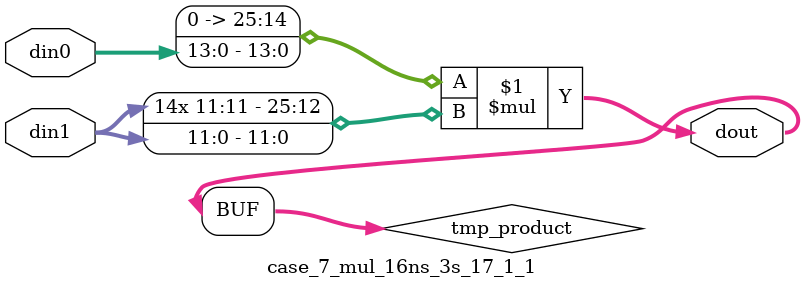
<source format=v>

`timescale 1 ns / 1 ps

 (* use_dsp = "no" *)  module case_7_mul_16ns_3s_17_1_1(din0, din1, dout);
parameter ID = 1;
parameter NUM_STAGE = 0;
parameter din0_WIDTH = 14;
parameter din1_WIDTH = 12;
parameter dout_WIDTH = 26;

input [din0_WIDTH - 1 : 0] din0; 
input [din1_WIDTH - 1 : 0] din1; 
output [dout_WIDTH - 1 : 0] dout;

wire signed [dout_WIDTH - 1 : 0] tmp_product;

























assign tmp_product = $signed({1'b0, din0}) * $signed(din1);










assign dout = tmp_product;





















endmodule

</source>
